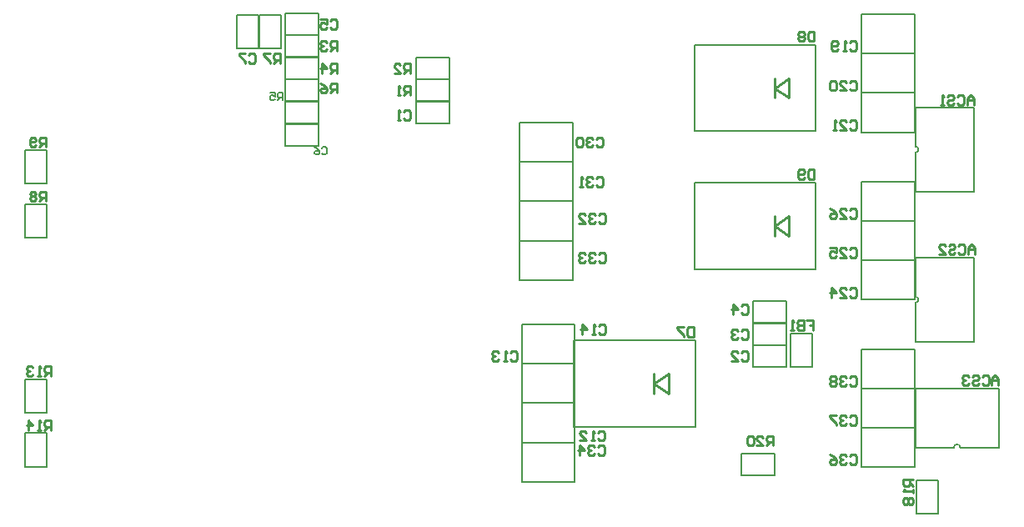
<source format=gbo>
G04 Layer_Color=32896*
%FSLAX44Y44*%
%MOMM*%
G71*
G01*
G75*
%ADD41C,0.2540*%
%ADD42C,0.2000*%
%ADD43C,0.2200*%
D41*
X907000Y395000D02*
Y415000D01*
X892000Y405000D02*
X907000Y395000D01*
X892000Y405000D02*
X907000Y415000D01*
X892000Y395000D02*
Y415000D01*
X1029500Y555000D02*
Y575000D01*
X1014500Y565000D02*
X1029500Y555000D01*
X1014500Y565000D02*
X1029500Y575000D01*
X1014500Y555000D02*
Y575000D01*
X1029500Y695000D02*
Y715000D01*
X1014500Y705000D02*
X1029500Y695000D01*
X1014500Y705000D02*
X1029500Y715000D01*
X1014500Y695000D02*
Y715000D01*
D42*
X1157500Y639325D02*
G03*
X1157500Y645675I0J3175D01*
G01*
Y486825D02*
G03*
X1157500Y493175I0J3175D01*
G01*
X1203175Y340000D02*
G03*
X1196825Y340000I-3175J0D01*
G01*
X1157500Y685000D02*
X1217500D01*
Y600000D02*
Y685000D01*
X1157500Y600000D02*
X1217500D01*
X1157500D02*
Y639325D01*
Y645675D02*
Y685000D01*
Y532500D02*
X1217500D01*
Y447500D02*
Y532500D01*
X1157500Y447500D02*
X1217500D01*
X1157500D02*
Y486825D01*
Y493175D02*
Y532500D01*
X1157500Y340000D02*
Y400000D01*
X1242500D01*
Y340000D02*
Y400000D01*
X1203175Y340000D02*
X1242500D01*
X1157500D02*
X1196825D01*
X1103000Y740000D02*
Y780000D01*
X1157000D01*
Y740000D02*
Y780000D01*
X1103000Y740000D02*
X1157000D01*
X1103000Y700000D02*
Y740000D01*
X1157000D01*
Y700000D02*
Y740000D01*
X1103000Y700000D02*
X1157000D01*
X1103000Y660000D02*
Y700000D01*
X1157000D01*
Y660000D02*
Y700000D01*
X1103000Y660000D02*
X1157000D01*
X1103000Y570000D02*
Y610000D01*
X1157000D01*
Y570000D02*
Y610000D01*
X1103000Y570000D02*
X1157000D01*
X1103000Y530000D02*
Y570000D01*
X1157000D01*
Y530000D02*
Y570000D01*
X1103000Y530000D02*
X1157000D01*
X1103000Y490000D02*
Y530000D01*
X1157000D01*
Y490000D02*
Y530000D01*
X1103000Y490000D02*
X1157000D01*
X254000Y608000D02*
X276000D01*
X254000D02*
Y642000D01*
X276000D01*
Y608000D02*
Y642000D01*
X254000Y553000D02*
X276000D01*
X254000D02*
Y587000D01*
X276000D01*
Y553000D02*
Y587000D01*
X1103000Y400000D02*
Y440000D01*
X1157000D01*
Y400000D02*
Y440000D01*
X1103000Y400000D02*
X1157000D01*
X1103000Y360000D02*
Y400000D01*
X1157000D01*
Y360000D02*
Y400000D01*
X1103000Y360000D02*
X1157000D01*
X1103000Y320000D02*
Y360000D01*
X1157000D01*
Y320000D02*
Y360000D01*
X1103000Y320000D02*
X1157000D01*
X1159000Y273000D02*
X1181000D01*
X1159000D02*
Y307000D01*
X1181000D01*
Y273000D02*
Y307000D01*
X1053000Y422000D02*
Y456000D01*
X1031000Y422000D02*
X1053000D01*
X1031000D02*
Y456000D01*
X1053000D01*
X993000Y421500D02*
Y443500D01*
X1027000D01*
Y421500D02*
Y443500D01*
X993000Y421500D02*
X1027000D01*
X993000Y444000D02*
Y466000D01*
X1027000D01*
Y444000D02*
Y466000D01*
X993000Y444000D02*
X1027000D01*
X993000Y466500D02*
Y488500D01*
X1027000D01*
Y466500D02*
Y488500D01*
X993000Y466500D02*
X1027000D01*
X934000Y361000D02*
Y449000D01*
X811000Y361000D02*
X934000D01*
X811000D02*
Y449000D01*
X934000D01*
X1056500Y521000D02*
Y609000D01*
X933500Y521000D02*
X1056500D01*
X933500D02*
Y609000D01*
X1056500D01*
Y661000D02*
Y749000D01*
X933500Y661000D02*
X1056500D01*
X933500D02*
Y749000D01*
X1056500D01*
X758000Y305000D02*
Y345000D01*
X812000D01*
Y305000D02*
Y345000D01*
X758000Y305000D02*
X812000D01*
X758000Y345000D02*
Y385000D01*
X812000D01*
Y345000D02*
Y385000D01*
X758000Y345000D02*
X812000D01*
X758000Y385000D02*
Y425000D01*
X812000D01*
Y385000D02*
Y425000D01*
X758000Y385000D02*
X812000D01*
X758000Y425000D02*
Y465000D01*
X812000D01*
Y425000D02*
Y465000D01*
X758000Y425000D02*
X812000D01*
X755500Y510000D02*
Y550000D01*
X809500D01*
Y510000D02*
Y550000D01*
X755500Y510000D02*
X809500D01*
X755500Y550000D02*
Y590000D01*
X809500D01*
Y550000D02*
Y590000D01*
X755500Y550000D02*
X809500D01*
X755500Y590000D02*
Y630000D01*
X809500D01*
Y590000D02*
Y630000D01*
X755500Y590000D02*
X809500D01*
X755500Y630000D02*
Y670000D01*
X809500D01*
Y630000D02*
Y670000D01*
X755500Y630000D02*
X809500D01*
X650500Y669000D02*
Y691000D01*
X684500D01*
Y669000D02*
Y691000D01*
X650500Y669000D02*
X684500D01*
Y691500D02*
Y713500D01*
X650500Y691500D02*
X684500D01*
X650500D02*
Y713500D01*
X684500D01*
X650500Y714000D02*
Y736000D01*
X684500D01*
Y714000D02*
Y736000D01*
X650500Y714000D02*
X684500D01*
X552000Y669000D02*
Y691000D01*
X518000Y669000D02*
X552000D01*
X518000D02*
Y691000D01*
X552000D01*
X518000Y646500D02*
Y668500D01*
X552000D01*
Y646500D02*
Y668500D01*
X518000Y646500D02*
X552000D01*
X518000Y691500D02*
Y713500D01*
X552000D01*
Y691500D02*
Y713500D01*
X518000Y691500D02*
X552000D01*
X518000Y714000D02*
Y736000D01*
X552000D01*
Y714000D02*
Y736000D01*
X518000Y714000D02*
X552000D01*
Y736500D02*
Y758500D01*
X518000Y736500D02*
X552000D01*
X518000D02*
Y758500D01*
X552000D01*
X518000Y759000D02*
Y781000D01*
X552000D01*
Y759000D02*
Y781000D01*
X518000Y759000D02*
X552000D01*
X491500Y745500D02*
X513500D01*
X491500D02*
Y779500D01*
X513500D01*
Y745500D02*
Y779500D01*
X469000Y745500D02*
X491000D01*
X469000D02*
Y779500D01*
X491000D01*
Y745500D02*
Y779500D01*
X254000Y320500D02*
X276000D01*
X254000D02*
Y354500D01*
X276000D01*
Y320500D02*
Y354500D01*
X254000Y375500D02*
X276000D01*
X254000D02*
Y409500D01*
X276000D01*
Y375500D02*
Y409500D01*
X1014500Y311500D02*
Y333500D01*
X980500Y311500D02*
X1014500D01*
X980500D02*
Y333500D01*
X1014500D01*
X555002Y643748D02*
X556251Y644998D01*
X558750D01*
X560000Y643748D01*
Y638750D01*
X558750Y637500D01*
X556251D01*
X555002Y638750D01*
X547504Y644998D02*
X550003Y643748D01*
X552502Y641249D01*
Y638750D01*
X551253Y637500D01*
X548754D01*
X547504Y638750D01*
Y639999D01*
X548754Y641249D01*
X552502D01*
X515000Y692500D02*
Y699998D01*
X511251D01*
X510002Y698748D01*
Y696249D01*
X511251Y694999D01*
X515000D01*
X512501D02*
X510002Y692500D01*
X502504Y699998D02*
X507502D01*
Y696249D01*
X505003Y697498D01*
X503754D01*
X502504Y696249D01*
Y693750D01*
X503754Y692500D01*
X506253D01*
X507502Y693750D01*
D43*
X1217000Y688000D02*
Y694665D01*
X1213668Y697997D01*
X1210335Y694665D01*
Y688000D01*
Y692998D01*
X1217000D01*
X1200339Y696331D02*
X1202005Y697997D01*
X1205337D01*
X1207003Y696331D01*
Y689666D01*
X1205337Y688000D01*
X1202005D01*
X1200339Y689666D01*
X1190342Y696331D02*
X1192008Y697997D01*
X1195340D01*
X1197006Y696331D01*
Y694665D01*
X1195340Y692998D01*
X1192008D01*
X1190342Y691332D01*
Y689666D01*
X1192008Y688000D01*
X1195340D01*
X1197006Y689666D01*
X1187010Y688000D02*
X1183677D01*
X1185343D01*
Y697997D01*
X1187010Y696331D01*
X1218000Y536000D02*
Y542664D01*
X1214668Y545997D01*
X1211336Y542664D01*
Y536000D01*
Y540998D01*
X1218000D01*
X1201339Y544331D02*
X1203005Y545997D01*
X1206337D01*
X1208003Y544331D01*
Y537666D01*
X1206337Y536000D01*
X1203005D01*
X1201339Y537666D01*
X1191342Y544331D02*
X1193008Y545997D01*
X1196340D01*
X1198006Y544331D01*
Y542664D01*
X1196340Y540998D01*
X1193008D01*
X1191342Y539332D01*
Y537666D01*
X1193008Y536000D01*
X1196340D01*
X1198006Y537666D01*
X1181345Y536000D02*
X1188010D01*
X1181345Y542664D01*
Y544331D01*
X1183011Y545997D01*
X1186344D01*
X1188010Y544331D01*
X1242000Y403000D02*
Y409664D01*
X1238668Y412997D01*
X1235335Y409664D01*
Y403000D01*
Y407998D01*
X1242000D01*
X1225339Y411331D02*
X1227005Y412997D01*
X1230337D01*
X1232003Y411331D01*
Y404666D01*
X1230337Y403000D01*
X1227005D01*
X1225339Y404666D01*
X1215342Y411331D02*
X1217008Y412997D01*
X1220340D01*
X1222006Y411331D01*
Y409664D01*
X1220340Y407998D01*
X1217008D01*
X1215342Y406332D01*
Y404666D01*
X1217008Y403000D01*
X1220340D01*
X1222006Y404666D01*
X1212010Y411331D02*
X1210343Y412997D01*
X1207011D01*
X1205345Y411331D01*
Y409664D01*
X1207011Y407998D01*
X1208677D01*
X1207011D01*
X1205345Y406332D01*
Y404666D01*
X1207011Y403000D01*
X1210343D01*
X1212010Y404666D01*
X638335Y680831D02*
X640002Y682497D01*
X643334D01*
X645000Y680831D01*
Y674166D01*
X643334Y672500D01*
X640002D01*
X638335Y674166D01*
X635003Y672500D02*
X631671D01*
X633337D01*
Y682497D01*
X635003Y680831D01*
X980835Y435831D02*
X982502Y437497D01*
X985834D01*
X987500Y435831D01*
Y429166D01*
X985834Y427500D01*
X982502D01*
X980835Y429166D01*
X970839Y427500D02*
X977503D01*
X970839Y434165D01*
Y435831D01*
X972505Y437497D01*
X975837D01*
X977503Y435831D01*
X980835Y458331D02*
X982502Y459997D01*
X985834D01*
X987500Y458331D01*
Y451666D01*
X985834Y450000D01*
X982502D01*
X980835Y451666D01*
X977503Y458331D02*
X975837Y459997D01*
X972505D01*
X970839Y458331D01*
Y456665D01*
X972505Y454998D01*
X974171D01*
X972505D01*
X970839Y453332D01*
Y451666D01*
X972505Y450000D01*
X975837D01*
X977503Y451666D01*
X980835Y483331D02*
X982502Y484997D01*
X985834D01*
X987500Y483331D01*
Y476666D01*
X985834Y475000D01*
X982502D01*
X980835Y476666D01*
X972505Y475000D02*
Y484997D01*
X977503Y479998D01*
X970839D01*
X563335Y773331D02*
X565002Y774997D01*
X568334D01*
X570000Y773331D01*
Y766666D01*
X568334Y765000D01*
X565002D01*
X563335Y766666D01*
X553339Y774997D02*
X560003D01*
Y769998D01*
X556671Y771665D01*
X555005D01*
X553339Y769998D01*
Y766666D01*
X555005Y765000D01*
X558337D01*
X560003Y766666D01*
X480835Y738331D02*
X482502Y739997D01*
X485834D01*
X487500Y738331D01*
Y731666D01*
X485834Y730000D01*
X482502D01*
X480835Y731666D01*
X477503Y739997D02*
X470839D01*
Y738331D01*
X477503Y731666D01*
Y730000D01*
X835335Y355331D02*
X837002Y356997D01*
X840334D01*
X842000Y355331D01*
Y348666D01*
X840334Y347000D01*
X837002D01*
X835335Y348666D01*
X832003Y347000D02*
X828671D01*
X830337D01*
Y356997D01*
X832003Y355331D01*
X817008Y347000D02*
X823673D01*
X817008Y353665D01*
Y355331D01*
X818674Y356997D01*
X822006D01*
X823673Y355331D01*
X746336Y436331D02*
X748002Y437997D01*
X751334D01*
X753000Y436331D01*
Y429666D01*
X751334Y428000D01*
X748002D01*
X746336Y429666D01*
X743003Y428000D02*
X739671D01*
X741337D01*
Y437997D01*
X743003Y436331D01*
X734673D02*
X733006Y437997D01*
X729674D01*
X728008Y436331D01*
Y434664D01*
X729674Y432998D01*
X731340D01*
X729674D01*
X728008Y431332D01*
Y429666D01*
X729674Y428000D01*
X733006D01*
X734673Y429666D01*
X835835Y463331D02*
X837502Y464997D01*
X840834D01*
X842500Y463331D01*
Y456666D01*
X840834Y455000D01*
X837502D01*
X835835Y456666D01*
X832503Y455000D02*
X829171D01*
X830837D01*
Y464997D01*
X832503Y463331D01*
X819174Y455000D02*
Y464997D01*
X824173Y459998D01*
X817508D01*
X1090835Y750831D02*
X1092502Y752497D01*
X1095834D01*
X1097500Y750831D01*
Y744166D01*
X1095834Y742500D01*
X1092502D01*
X1090835Y744166D01*
X1087503Y742500D02*
X1084171D01*
X1085837D01*
Y752497D01*
X1087503Y750831D01*
X1079173Y744166D02*
X1077506Y742500D01*
X1074174D01*
X1072508Y744166D01*
Y750831D01*
X1074174Y752497D01*
X1077506D01*
X1079173Y750831D01*
Y749165D01*
X1077506Y747498D01*
X1072508D01*
X1090835Y710831D02*
X1092502Y712497D01*
X1095834D01*
X1097500Y710831D01*
Y704166D01*
X1095834Y702500D01*
X1092502D01*
X1090835Y704166D01*
X1080839Y702500D02*
X1087503D01*
X1080839Y709165D01*
Y710831D01*
X1082505Y712497D01*
X1085837D01*
X1087503Y710831D01*
X1077506D02*
X1075840Y712497D01*
X1072508D01*
X1070842Y710831D01*
Y704166D01*
X1072508Y702500D01*
X1075840D01*
X1077506Y704166D01*
Y710831D01*
X1090835Y670831D02*
X1092502Y672497D01*
X1095834D01*
X1097500Y670831D01*
Y664166D01*
X1095834Y662500D01*
X1092502D01*
X1090835Y664166D01*
X1080839Y662500D02*
X1087503D01*
X1080839Y669165D01*
Y670831D01*
X1082505Y672497D01*
X1085837D01*
X1087503Y670831D01*
X1077506Y662500D02*
X1074174D01*
X1075840D01*
Y672497D01*
X1077506Y670831D01*
X1090835Y500831D02*
X1092502Y502497D01*
X1095834D01*
X1097500Y500831D01*
Y494166D01*
X1095834Y492500D01*
X1092502D01*
X1090835Y494166D01*
X1080839Y492500D02*
X1087503D01*
X1080839Y499165D01*
Y500831D01*
X1082505Y502497D01*
X1085837D01*
X1087503Y500831D01*
X1072508Y492500D02*
Y502497D01*
X1077506Y497498D01*
X1070842D01*
X1090835Y540831D02*
X1092502Y542497D01*
X1095834D01*
X1097500Y540831D01*
Y534166D01*
X1095834Y532500D01*
X1092502D01*
X1090835Y534166D01*
X1080839Y532500D02*
X1087503D01*
X1080839Y539165D01*
Y540831D01*
X1082505Y542497D01*
X1085837D01*
X1087503Y540831D01*
X1070842Y542497D02*
X1077506D01*
Y537498D01*
X1074174Y539165D01*
X1072508D01*
X1070842Y537498D01*
Y534166D01*
X1072508Y532500D01*
X1075840D01*
X1077506Y534166D01*
X1090835Y580831D02*
X1092502Y582497D01*
X1095834D01*
X1097500Y580831D01*
Y574166D01*
X1095834Y572500D01*
X1092502D01*
X1090835Y574166D01*
X1080839Y572500D02*
X1087503D01*
X1080839Y579165D01*
Y580831D01*
X1082505Y582497D01*
X1085837D01*
X1087503Y580831D01*
X1070842Y582497D02*
X1074174Y580831D01*
X1077506Y577498D01*
Y574166D01*
X1075840Y572500D01*
X1072508D01*
X1070842Y574166D01*
Y575832D01*
X1072508Y577498D01*
X1077506D01*
X833335Y653331D02*
X835002Y654997D01*
X838334D01*
X840000Y653331D01*
Y646666D01*
X838334Y645000D01*
X835002D01*
X833335Y646666D01*
X830003Y653331D02*
X828337Y654997D01*
X825005D01*
X823339Y653331D01*
Y651665D01*
X825005Y649998D01*
X826671D01*
X825005D01*
X823339Y648332D01*
Y646666D01*
X825005Y645000D01*
X828337D01*
X830003Y646666D01*
X820006Y653331D02*
X818340Y654997D01*
X815008D01*
X813342Y653331D01*
Y646666D01*
X815008Y645000D01*
X818340D01*
X820006Y646666D01*
Y653331D01*
X833335Y613331D02*
X835002Y614997D01*
X838334D01*
X840000Y613331D01*
Y606666D01*
X838334Y605000D01*
X835002D01*
X833335Y606666D01*
X830003Y613331D02*
X828337Y614997D01*
X825005D01*
X823339Y613331D01*
Y611665D01*
X825005Y609998D01*
X826671D01*
X825005D01*
X823339Y608332D01*
Y606666D01*
X825005Y605000D01*
X828337D01*
X830003Y606666D01*
X820006Y605000D02*
X816674D01*
X818340D01*
Y614997D01*
X820006Y613331D01*
X835835Y575831D02*
X837502Y577497D01*
X840834D01*
X842500Y575831D01*
Y569166D01*
X840834Y567500D01*
X837502D01*
X835835Y569166D01*
X832503Y575831D02*
X830837Y577497D01*
X827505D01*
X825839Y575831D01*
Y574165D01*
X827505Y572498D01*
X829171D01*
X827505D01*
X825839Y570832D01*
Y569166D01*
X827505Y567500D01*
X830837D01*
X832503Y569166D01*
X815842Y567500D02*
X822506D01*
X815842Y574165D01*
Y575831D01*
X817508Y577497D01*
X820840D01*
X822506Y575831D01*
X835835Y535831D02*
X837502Y537497D01*
X840834D01*
X842500Y535831D01*
Y529166D01*
X840834Y527500D01*
X837502D01*
X835835Y529166D01*
X832503Y535831D02*
X830837Y537497D01*
X827505D01*
X825839Y535831D01*
Y534165D01*
X827505Y532498D01*
X829171D01*
X827505D01*
X825839Y530832D01*
Y529166D01*
X827505Y527500D01*
X830837D01*
X832503Y529166D01*
X822506Y535831D02*
X820840Y537497D01*
X817508D01*
X815842Y535831D01*
Y534165D01*
X817508Y532498D01*
X819174D01*
X817508D01*
X815842Y530832D01*
Y529166D01*
X817508Y527500D01*
X820840D01*
X822506Y529166D01*
X835335Y340331D02*
X837002Y341997D01*
X840334D01*
X842000Y340331D01*
Y333666D01*
X840334Y332000D01*
X837002D01*
X835335Y333666D01*
X832003Y340331D02*
X830337Y341997D01*
X827005D01*
X825339Y340331D01*
Y338665D01*
X827005Y336998D01*
X828671D01*
X827005D01*
X825339Y335332D01*
Y333666D01*
X827005Y332000D01*
X830337D01*
X832003Y333666D01*
X817008Y332000D02*
Y341997D01*
X822006Y336998D01*
X815342D01*
X1090835Y330831D02*
X1092502Y332497D01*
X1095834D01*
X1097500Y330831D01*
Y324166D01*
X1095834Y322500D01*
X1092502D01*
X1090835Y324166D01*
X1087503Y330831D02*
X1085837Y332497D01*
X1082505D01*
X1080839Y330831D01*
Y329165D01*
X1082505Y327498D01*
X1084171D01*
X1082505D01*
X1080839Y325832D01*
Y324166D01*
X1082505Y322500D01*
X1085837D01*
X1087503Y324166D01*
X1070842Y332497D02*
X1074174Y330831D01*
X1077506Y327498D01*
Y324166D01*
X1075840Y322500D01*
X1072508D01*
X1070842Y324166D01*
Y325832D01*
X1072508Y327498D01*
X1077506D01*
X1090835Y370831D02*
X1092502Y372497D01*
X1095834D01*
X1097500Y370831D01*
Y364166D01*
X1095834Y362500D01*
X1092502D01*
X1090835Y364166D01*
X1087503Y370831D02*
X1085837Y372497D01*
X1082505D01*
X1080839Y370831D01*
Y369165D01*
X1082505Y367498D01*
X1084171D01*
X1082505D01*
X1080839Y365832D01*
Y364166D01*
X1082505Y362500D01*
X1085837D01*
X1087503Y364166D01*
X1077506Y372497D02*
X1070842D01*
Y370831D01*
X1077506Y364166D01*
Y362500D01*
X1090835Y410831D02*
X1092502Y412497D01*
X1095834D01*
X1097500Y410831D01*
Y404166D01*
X1095834Y402500D01*
X1092502D01*
X1090835Y404166D01*
X1087503Y410831D02*
X1085837Y412497D01*
X1082505D01*
X1080839Y410831D01*
Y409165D01*
X1082505Y407498D01*
X1084171D01*
X1082505D01*
X1080839Y405832D01*
Y404166D01*
X1082505Y402500D01*
X1085837D01*
X1087503Y404166D01*
X1077506Y410831D02*
X1075840Y412497D01*
X1072508D01*
X1070842Y410831D01*
Y409165D01*
X1072508Y407498D01*
X1070842Y405832D01*
Y404166D01*
X1072508Y402500D01*
X1075840D01*
X1077506Y404166D01*
Y405832D01*
X1075840Y407498D01*
X1077506Y409165D01*
Y410831D01*
X1075840Y407498D02*
X1072508D01*
X932500Y462497D02*
Y452500D01*
X927502D01*
X925835Y454166D01*
Y460831D01*
X927502Y462497D01*
X932500D01*
X922503D02*
X915839D01*
Y460831D01*
X922503Y454166D01*
Y452500D01*
X1055000Y762497D02*
Y752500D01*
X1050002D01*
X1048335Y754166D01*
Y760831D01*
X1050002Y762497D01*
X1055000D01*
X1045003Y760831D02*
X1043337Y762497D01*
X1040005D01*
X1038339Y760831D01*
Y759165D01*
X1040005Y757498D01*
X1038339Y755832D01*
Y754166D01*
X1040005Y752500D01*
X1043337D01*
X1045003Y754166D01*
Y755832D01*
X1043337Y757498D01*
X1045003Y759165D01*
Y760831D01*
X1043337Y757498D02*
X1040005D01*
X1055000Y622497D02*
Y612500D01*
X1050002D01*
X1048335Y614166D01*
Y620831D01*
X1050002Y622497D01*
X1055000D01*
X1045003Y614166D02*
X1043337Y612500D01*
X1040005D01*
X1038339Y614166D01*
Y620831D01*
X1040005Y622497D01*
X1043337D01*
X1045003Y620831D01*
Y619165D01*
X1043337Y617498D01*
X1038339D01*
X1047336Y468997D02*
X1054000D01*
Y463998D01*
X1050668D01*
X1054000D01*
Y459000D01*
X1044003Y468997D02*
Y459000D01*
X1039005D01*
X1037339Y460666D01*
Y462332D01*
X1039005Y463998D01*
X1044003D01*
X1039005D01*
X1037339Y465664D01*
Y467331D01*
X1039005Y468997D01*
X1044003D01*
X1034006Y459000D02*
X1030674D01*
X1032340D01*
Y468997D01*
X1034006Y467331D01*
X645000Y697500D02*
Y707497D01*
X640002D01*
X638335Y705831D01*
Y702498D01*
X640002Y700832D01*
X645000D01*
X641668D02*
X638335Y697500D01*
X635003D02*
X631671D01*
X633337D01*
Y707497D01*
X635003Y705831D01*
X645000Y720000D02*
Y729997D01*
X640002D01*
X638335Y728331D01*
Y724998D01*
X640002Y723332D01*
X645000D01*
X641668D02*
X638335Y720000D01*
X628339D02*
X635003D01*
X628339Y726665D01*
Y728331D01*
X630005Y729997D01*
X633337D01*
X635003Y728331D01*
X570000Y742500D02*
Y752497D01*
X565002D01*
X563335Y750831D01*
Y747498D01*
X565002Y745832D01*
X570000D01*
X566668D02*
X563335Y742500D01*
X560003Y750831D02*
X558337Y752497D01*
X555005D01*
X553339Y750831D01*
Y749165D01*
X555005Y747498D01*
X556671D01*
X555005D01*
X553339Y745832D01*
Y744166D01*
X555005Y742500D01*
X558337D01*
X560003Y744166D01*
X570000Y720000D02*
Y729997D01*
X565002D01*
X563335Y728331D01*
Y724998D01*
X565002Y723332D01*
X570000D01*
X566668D02*
X563335Y720000D01*
X555005D02*
Y729997D01*
X560003Y724998D01*
X553339D01*
X570000Y700000D02*
Y709997D01*
X565002D01*
X563335Y708331D01*
Y704998D01*
X565002Y703332D01*
X570000D01*
X566668D02*
X563335Y700000D01*
X553339Y709997D02*
X556671Y708331D01*
X560003Y704998D01*
Y701666D01*
X558337Y700000D01*
X555005D01*
X553339Y701666D01*
Y703332D01*
X555005Y704998D01*
X560003D01*
X512500Y730000D02*
Y739997D01*
X507502D01*
X505835Y738331D01*
Y734998D01*
X507502Y733332D01*
X512500D01*
X509168D02*
X505835Y730000D01*
X502503Y739997D02*
X495839D01*
Y738331D01*
X502503Y731666D01*
Y730000D01*
X275000Y590000D02*
Y599997D01*
X270002D01*
X268335Y598331D01*
Y594998D01*
X270002Y593332D01*
X275000D01*
X271668D02*
X268335Y590000D01*
X265003Y598331D02*
X263337Y599997D01*
X260005D01*
X258339Y598331D01*
Y596665D01*
X260005Y594998D01*
X258339Y593332D01*
Y591666D01*
X260005Y590000D01*
X263337D01*
X265003Y591666D01*
Y593332D01*
X263337Y594998D01*
X265003Y596665D01*
Y598331D01*
X263337Y594998D02*
X260005D01*
X275000Y645000D02*
Y654997D01*
X270002D01*
X268335Y653331D01*
Y649998D01*
X270002Y648332D01*
X275000D01*
X271668D02*
X268335Y645000D01*
X265003Y646666D02*
X263337Y645000D01*
X260005D01*
X258339Y646666D01*
Y653331D01*
X260005Y654997D01*
X263337D01*
X265003Y653331D01*
Y651665D01*
X263337Y649998D01*
X258339D01*
X280000Y412500D02*
Y422497D01*
X275002D01*
X273335Y420831D01*
Y417498D01*
X275002Y415832D01*
X280000D01*
X276668D02*
X273335Y412500D01*
X270003D02*
X266671D01*
X268337D01*
Y422497D01*
X270003Y420831D01*
X261673D02*
X260006Y422497D01*
X256674D01*
X255008Y420831D01*
Y419165D01*
X256674Y417498D01*
X258340D01*
X256674D01*
X255008Y415832D01*
Y414166D01*
X256674Y412500D01*
X260006D01*
X261673Y414166D01*
X280000Y357500D02*
Y367497D01*
X275002D01*
X273335Y365831D01*
Y362498D01*
X275002Y360832D01*
X280000D01*
X276668D02*
X273335Y357500D01*
X270003D02*
X266671D01*
X268337D01*
Y367497D01*
X270003Y365831D01*
X256674Y357500D02*
Y367497D01*
X261673Y362498D01*
X255008D01*
X1155000Y307500D02*
X1145003D01*
Y302502D01*
X1146669Y300835D01*
X1150002D01*
X1151668Y302502D01*
Y307500D01*
Y304168D02*
X1155000Y300835D01*
Y297503D02*
Y294171D01*
Y295837D01*
X1145003D01*
X1146669Y297503D01*
Y289173D02*
X1145003Y287506D01*
Y284174D01*
X1146669Y282508D01*
X1148335D01*
X1150002Y284174D01*
X1151668Y282508D01*
X1153334D01*
X1155000Y284174D01*
Y287506D01*
X1153334Y289173D01*
X1151668D01*
X1150002Y287506D01*
X1148335Y289173D01*
X1146669D01*
X1150002Y287506D02*
Y284174D01*
X1013206Y341884D02*
Y351881D01*
X1008208D01*
X1006542Y350215D01*
Y346882D01*
X1008208Y345216D01*
X1013206D01*
X1009874D02*
X1006542Y341884D01*
X996545D02*
X1003209D01*
X996545Y348549D01*
Y350215D01*
X998211Y351881D01*
X1001543D01*
X1003209Y350215D01*
X993212D02*
X991546Y351881D01*
X988214D01*
X986548Y350215D01*
Y343550D01*
X988214Y341884D01*
X991546D01*
X993212Y343550D01*
Y350215D01*
M02*

</source>
